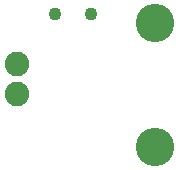
<source format=gbs>
G75*
%MOIN*%
%OFA0B0*%
%FSLAX25Y25*%
%IPPOS*%
%LPD*%
%AMOC8*
5,1,8,0,0,1.08239X$1,22.5*
%
%ADD10C,0.04343*%
%ADD11C,0.08200*%
%ADD12C,0.12800*%
D10*
X0500553Y0056625D03*
X0512364Y0056625D03*
D11*
X0487708Y0029750D03*
X0487708Y0039750D03*
D12*
X0533958Y0053500D03*
X0533958Y0012250D03*
M02*

</source>
